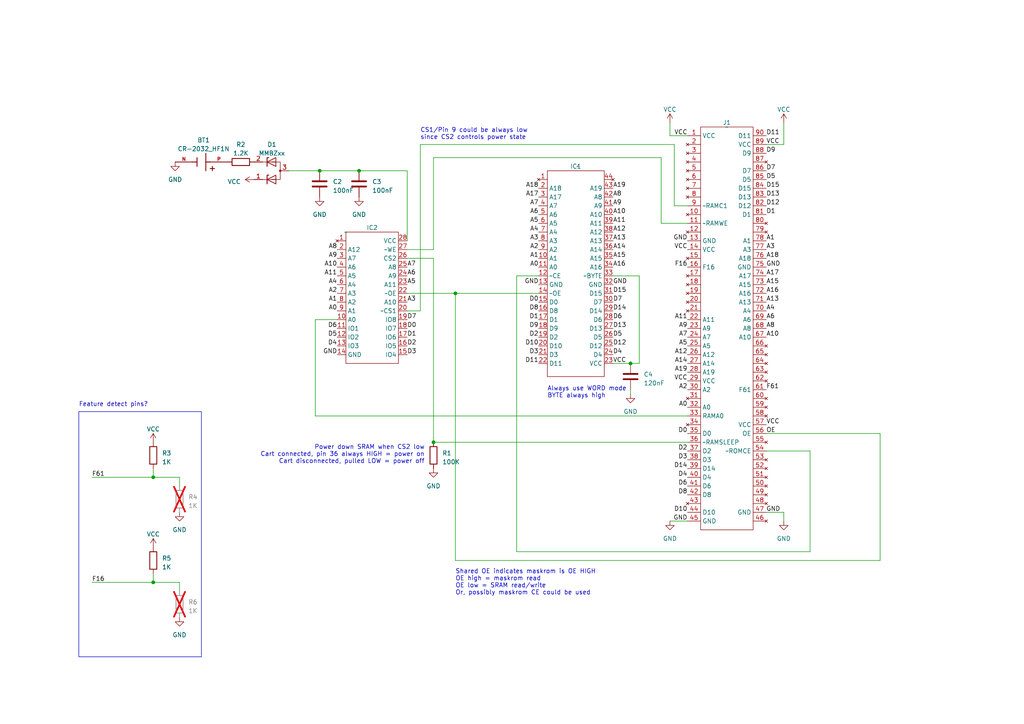
<source format=kicad_sch>
(kicad_sch (version 20230121) (generator eeschema)
  (paper "A4")
  (title_block (title "Reverse Engineered XK-403") (date "2023-03-06"))
  (lib_symbols
    (symbol "Device:C" (pin_numbers hide) (pin_names (offset 0.254))
      (property "Reference" "C" (at 0.635 2.54 0))
      (property "Value" "C" (at 0.635 -2.54 0))
      (symbol "C_0_1"
        (polyline (pts (xy -2.032 -0.762) (xy 2.032 -0.762)) (stroke (width 0.508)))
        (polyline (pts (xy -2.032 0.762) (xy 2.032 0.762)) (stroke (width 0.508)))
      )
      (symbol "C_1_1"
        (pin passive line (at 0 3.81 270) (length 2.794) (name "~") (number "1"))
        (pin passive line (at 0 -3.81 90) (length 2.794) (name "~") (number "2"))
      )
    )
    (symbol "Device:R" (pin_numbers hide) (pin_names (offset 0))
      (property "Reference" "R" (at 2.032 0 90))
      (property "Value" "R" (at 0 0 90))
      (symbol "R_0_1"
        (rectangle (start -1.016 -2.54) (end 1.016 2.54) (stroke (width 0.254)))
      )
      (symbol "R_1_1"
        (pin passive line (at 0 3.81 270) (length 1.27) (name "~") (number "1"))
        (pin passive line (at 0 -3.81 90) (length 1.27) (name "~") (number "2"))
      )
    )
    (symbol "Diode:MMBZxx" (pin_names (offset 1.016) hide)
      (property "Reference" "D" (at 3.81 2.54 0))
      (property "Value" "MMBZxx" (at 3.81 0 0))
      (symbol "MMBZxx_0_1"
        (circle (center 0 -2.54) (radius 0.254) (fill (type outline)))
        (polyline (pts (xy -2.54 -1.27) (xy -2.54 2.54)))
        (polyline (pts (xy 2.54 -1.27) (xy 2.54 2.54)))
        (polyline (pts (xy -3.81 1.27) (xy -1.27 1.27) (xy -1.27 0.762)) (stroke (width 0.254)))
        (polyline (pts (xy 1.27 1.27) (xy 3.81 1.27) (xy 3.81 0.762)) (stroke (width 0.254)))
        (polyline (pts (xy -2.54 0) (xy -2.54 -2.54) (xy 2.54 -2.54) (xy 2.54 0)))
      )
      (symbol "MMBZxx_1_1"
        (polyline (pts (xy -3.81 -1.27) (xy -1.27 -1.27) (xy -2.54 1.27) (xy -3.81 -1.27)) (stroke (width 0.2032)))
        (polyline (pts (xy 1.27 -1.27) (xy 3.81 -1.27) (xy 2.54 1.27) (xy 1.27 -1.27)) (stroke (width 0.2032)))
        (pin passive line (at -2.54 5.08 270) (length 2.54) (name "K") (number "1"))
        (pin passive line (at 2.54 5.08 270) (length 2.54) (name "K") (number "2"))
        (pin passive line (at 0 -5.08 90) (length 2.54) (name "A") (number "3"))
      )
    )
    (symbol "LOOPY_Batt:CR-2032_HF1N" (pin_names (offset 1.016))
      (property "Reference" "BT" (at -3.81 3.81 0))
      (property "Value" "CR-2032_HF1N" (at -3.81 -5.08 0))
      (symbol "CR-2032_HF1N_0_0"
        (polyline (pts (xy -3.81 1.905) (xy -2.54 1.905)) (stroke (width 0.254)))
        (polyline (pts (xy -3.175 2.54) (xy -3.175 1.27)) (stroke (width 0.254)))
        (polyline (pts (xy -1.27 0) (xy -2.54 0)) (stroke (width 0.254)))
        (polyline (pts (xy -1.27 0) (xy -1.27 -2.54)) (stroke (width 0.254)))
        (polyline (pts (xy -1.27 2.54) (xy -1.27 0)) (stroke (width 0.254)))
        (polyline (pts (xy 1.27 0) (xy 1.27 -1.27)) (stroke (width 0.254)))
        (polyline (pts (xy 1.27 0) (xy 2.54 0)) (stroke (width 0.254)))
        (polyline (pts (xy 1.27 1.27) (xy 1.27 0)) (stroke (width 0.254)))
        (pin passive line (at 7.62 0 180) (length 5.08) (name "~") (number "N"))
        (pin passive line (at -7.62 0 0) (length 5.08) (name "~") (number "P"))
      )
    )
    (symbol "LOOPY_Cart:HM9264BLFP"
      (property "Reference" "U" (at 0 3.81 0))
      (symbol "HM9264BLFP_0_1"
        (rectangle (start -7.62 0) (end 7.62 -38.1))
      )
      (symbol "HM9264BLFP_1_1"
        (pin no_connect line (at -10.16 -2.54 0) (length 2.54) (name "") (number "1"))
        (pin input line (at -10.16 -25.4 0) (length 2.54) (name "A0") (number "10"))
        (pin bidirectional line (at -10.16 -27.94 0) (length 2.54) (name "IO1") (number "11"))
        (pin bidirectional line (at -10.16 -30.48 0) (length 2.54) (name "IO2") (number "12"))
        (pin bidirectional line (at -10.16 -33.02 0) (length 2.54) (name "IO3") (number "13"))
        (pin passive line (at -10.16 -35.56 0) (length 2.54) (name "GND") (number "14"))
        (pin bidirectional line (at 10.16 -35.56 180) (length 2.54) (name "IO4") (number "15"))
        (pin bidirectional line (at 10.16 -33.02 180) (length 2.54) (name "IO5") (number "16"))
        (pin bidirectional line (at 10.16 -30.48 180) (length 2.54) (name "IO6") (number "17"))
        (pin bidirectional line (at 10.16 -27.94 180) (length 2.54) (name "IO7") (number "18"))
        (pin bidirectional line (at 10.16 -25.4 180) (length 2.54) (name "IO8") (number "19"))
        (pin input line (at -10.16 -5.08 0) (length 2.54) (name "A12") (number "2"))
        (pin input line (at 10.16 -22.86 180) (length 2.54) (name "~CS1") (number "20"))
        (pin input line (at 10.16 -20.32 180) (length 2.54) (name "A10") (number "21"))
        (pin input line (at 10.16 -17.78 180) (length 2.54) (name "~OE") (number "22"))
        (pin input line (at 10.16 -15.24 180) (length 2.54) (name "A11") (number "23"))
        (pin input line (at 10.16 -12.7 180) (length 2.54) (name "A9") (number "24"))
        (pin input line (at 10.16 -10.16 180) (length 2.54) (name "A8") (number "25"))
        (pin input line (at 10.16 -7.62 180) (length 2.54) (name "CS2") (number "26"))
        (pin input line (at 10.16 -5.08 180) (length 2.54) (name "~WE") (number "27"))
        (pin passive line (at 10.16 -2.54 180) (length 2.54) (name "VCC") (number "28"))
        (pin input line (at -10.16 -7.62 0) (length 2.54) (name "A7") (number "3"))
        (pin input line (at -10.16 -10.16 0) (length 2.54) (name "A6") (number "4"))
        (pin input line (at -10.16 -12.7 0) (length 2.54) (name "A5") (number "5"))
        (pin input line (at -10.16 -15.24 0) (length 2.54) (name "A4") (number "6"))
        (pin input line (at -10.16 -17.78 0) (length 2.54) (name "A3") (number "7"))
        (pin input line (at -10.16 -20.32 0) (length 2.54) (name "A2") (number "8"))
        (pin input line (at -10.16 -22.86 0) (length 2.54) (name "A1") (number "9"))
      )
    )
    (symbol "LOOPY_Cart:LOOPY-Cart-Connector"
      (property "Reference" "J" (at 0 1.27 0))
      (symbol "LOOPY-Cart-Connector_0_1"
        (rectangle (start -7.62 0) (end 7.62 -116.84))
      )
      (symbol "LOOPY-Cart-Connector_1_1"
        (pin power_in line (at -11.43 -2.54 0) (length 3.81) (name "VCC") (number "1"))
        (pin no_connect line (at -11.43 -25.4 0) (length 3.81) (name "") (number "10"))
        (pin output line (at -11.43 -27.94 0) (length 3.81) (name "~RAMWE") (number "11"))
        (pin no_connect line (at -11.43 -30.48 0) (length 3.81) (name "") (number "12"))
        (pin power_in line (at -11.43 -33.02 0) (length 3.81) (name "GND") (number "13"))
        (pin power_in line (at -11.43 -35.56 0) (length 3.81) (name "VCC") (number "14"))
        (pin no_connect line (at -11.43 -38.1 0) (length 3.81) (name "") (number "15"))
        (pin passive line (at -11.43 -40.64 0) (length 3.81) (name "F16") (number "16"))
        (pin no_connect line (at -11.43 -43.18 0) (length 3.81) (name "") (number "17"))
        (pin no_connect line (at -11.43 -45.72 0) (length 3.81) (name "") (number "18"))
        (pin no_connect line (at -11.43 -48.26 0) (length 3.81) (name "") (number "19"))
        (pin no_connect line (at -11.43 -5.08 0) (length 3.81) (name "") (number "2"))
        (pin no_connect line (at -11.43 -50.8 0) (length 3.81) (name "") (number "20"))
        (pin no_connect line (at -11.43 -53.34 0) (length 3.81) (name "") (number "21"))
        (pin bidirectional line (at -11.43 -55.88 0) (length 3.81) (name "A11") (number "22"))
        (pin bidirectional line (at -11.43 -58.42 0) (length 3.81) (name "A9") (number "23"))
        (pin bidirectional line (at -11.43 -60.96 0) (length 3.81) (name "A7") (number "24"))
        (pin bidirectional line (at -11.43 -63.5 0) (length 3.81) (name "A5") (number "25"))
        (pin bidirectional line (at -11.43 -66.04 0) (length 3.81) (name "A12") (number "26"))
        (pin bidirectional line (at -11.43 -68.58 0) (length 3.81) (name "A14") (number "27"))
        (pin bidirectional line (at -11.43 -71.12 0) (length 3.81) (name "A19") (number "28"))
        (pin power_out line (at -11.43 -73.66 0) (length 3.81) (name "VCC") (number "29"))
        (pin no_connect line (at -11.43 -7.62 0) (length 3.81) (name "") (number "3"))
        (pin bidirectional line (at -11.43 -76.2 0) (length 3.81) (name "A2") (number "30"))
        (pin no_connect line (at -11.43 -78.74 0) (length 3.81) (name "") (number "31"))
        (pin bidirectional line (at -11.43 -81.28 0) (length 3.81) (name "A0") (number "32"))
        (pin bidirectional line (at -11.43 -83.82 0) (length 3.81) (name "RAMA0") (number "33"))
        (pin no_connect line (at -11.43 -86.36 0) (length 3.81) (name "") (number "34"))
        (pin bidirectional line (at -11.43 -88.9 0) (length 3.81) (name "D0") (number "35"))
        (pin output line (at -11.43 -91.44 0) (length 3.81) (name "~RAMSLEEP") (number "36"))
        (pin bidirectional line (at -11.43 -93.98 0) (length 3.81) (name "D2") (number "37"))
        (pin bidirectional line (at -11.43 -96.52 0) (length 3.81) (name "D3") (number "38"))
        (pin bidirectional line (at -11.43 -99.06 0) (length 3.81) (name "D14") (number "39"))
        (pin no_connect line (at -11.43 -10.16 0) (length 3.81) (name "") (number "4"))
        (pin bidirectional line (at -11.43 -101.6 0) (length 3.81) (name "D4") (number "40"))
        (pin bidirectional line (at -11.43 -104.14 0) (length 3.81) (name "D6") (number "41"))
        (pin bidirectional line (at -11.43 -106.68 0) (length 3.81) (name "D8") (number "42"))
        (pin no_connect line (at -11.43 -109.22 0) (length 3.81) (name "") (number "43"))
        (pin bidirectional line (at -11.43 -111.76 0) (length 3.81) (name "D10") (number "44"))
        (pin power_in line (at -11.43 -114.3 0) (length 3.81) (name "GND") (number "45"))
        (pin no_connect line (at 11.43 -114.3 180) (length 3.81) (name "") (number "46"))
        (pin power_in line (at 11.43 -111.76 180) (length 3.81) (name "GND") (number "47"))
        (pin no_connect line (at 11.43 -109.22 180) (length 3.81) (name "") (number "48"))
        (pin no_connect line (at 11.43 -106.68 180) (length 3.81) (name "") (number "49"))
        (pin no_connect line (at -11.43 -12.7 0) (length 3.81) (name "") (number "5"))
        (pin no_connect line (at 11.43 -104.14 180) (length 3.81) (name "") (number "50"))
        (pin no_connect line (at 11.43 -101.6 180) (length 3.81) (name "") (number "51"))
        (pin no_connect line (at 11.43 -99.06 180) (length 3.81) (name "") (number "52"))
        (pin no_connect line (at 11.43 -96.52 180) (length 3.81) (name "") (number "53"))
        (pin output line (at 11.43 -93.98 180) (length 3.81) (name "~ROMCE") (number "54"))
        (pin no_connect line (at 11.43 -91.44 180) (length 3.81) (name "") (number "55"))
        (pin passive line (at 11.43 -88.9 180) (length 3.81) (name "OE") (number "56"))
        (pin power_in line (at 11.43 -86.36 180) (length 3.81) (name "VCC") (number "57"))
        (pin no_connect line (at 11.43 -83.82 180) (length 3.81) (name "") (number "58"))
        (pin no_connect line (at 11.43 -81.28 180) (length 3.81) (name "") (number "59"))
        (pin no_connect line (at -11.43 -15.24 0) (length 3.81) (name "") (number "6"))
        (pin no_connect line (at 11.43 -78.74 180) (length 3.81) (name "") (number "60"))
        (pin passive line (at 11.43 -76.2 180) (length 3.81) (name "F61") (number "61"))
        (pin no_connect line (at 11.43 -73.66 180) (length 3.81) (name "") (number "62"))
        (pin no_connect line (at 11.43 -71.12 180) (length 3.81) (name "") (number "63"))
        (pin no_connect line (at 11.43 -68.58 180) (length 3.81) (name "") (number "64"))
        (pin no_connect line (at 11.43 -66.04 180) (length 3.81) (name "") (number "65"))
        (pin no_connect line (at 11.43 -63.5 180) (length 3.81) (name "") (number "66"))
        (pin bidirectional line (at 11.43 -60.96 180) (length 3.81) (name "A10") (number "67"))
        (pin bidirectional line (at 11.43 -58.42 180) (length 3.81) (name "A8") (number "68"))
        (pin bidirectional line (at 11.43 -55.88 180) (length 3.81) (name "A6") (number "69"))
        (pin no_connect line (at -11.43 -17.78 0) (length 3.81) (name "") (number "7"))
        (pin bidirectional line (at 11.43 -53.34 180) (length 3.81) (name "A4") (number "70"))
        (pin bidirectional line (at 11.43 -50.8 180) (length 3.81) (name "A13") (number "71"))
        (pin bidirectional line (at 11.43 -48.26 180) (length 3.81) (name "A16") (number "72"))
        (pin bidirectional line (at 11.43 -45.72 180) (length 3.81) (name "A15") (number "73"))
        (pin bidirectional line (at 11.43 -43.18 180) (length 3.81) (name "A17") (number "74"))
        (pin power_in line (at 11.43 -40.64 180) (length 3.81) (name "GND") (number "75"))
        (pin bidirectional line (at 11.43 -38.1 180) (length 3.81) (name "A18") (number "76"))
        (pin bidirectional line (at 11.43 -35.56 180) (length 3.81) (name "A3") (number "77"))
        (pin bidirectional line (at 11.43 -33.02 180) (length 3.81) (name "A1") (number "78"))
        (pin no_connect line (at 11.43 -30.48 180) (length 3.81) (name "") (number "79"))
        (pin no_connect line (at -11.43 -20.32 0) (length 3.81) (name "") (number "8"))
        (pin no_connect line (at 11.43 -27.94 180) (length 3.81) (name "") (number "80"))
        (pin bidirectional line (at 11.43 -25.4 180) (length 3.81) (name "D1") (number "81"))
        (pin bidirectional line (at 11.43 -22.86 180) (length 3.81) (name "D12") (number "82"))
        (pin bidirectional line (at 11.43 -20.32 180) (length 3.81) (name "D13") (number "83"))
        (pin bidirectional line (at 11.43 -17.78 180) (length 3.81) (name "D15") (number "84"))
        (pin bidirectional line (at 11.43 -15.24 180) (length 3.81) (name "D5") (number "85"))
        (pin bidirectional line (at 11.43 -12.7 180) (length 3.81) (name "D7") (number "86"))
        (pin no_connect line (at 11.43 -10.16 180) (length 3.81) (name "") (number "87"))
        (pin bidirectional line (at 11.43 -7.62 180) (length 3.81) (name "D9") (number "88"))
        (pin power_in line (at 11.43 -5.08 180) (length 3.81) (name "VCC") (number "89"))
        (pin output line (at -11.43 -22.86 0) (length 3.81) (name "~RAMC1") (number "9"))
        (pin bidirectional line (at 11.43 -2.54 180) (length 3.81) (name "D11") (number "90"))
      )
    )
    (symbol "LOOPY_Cart:UPD23C16000"
      (property "Reference" "U" (at 0 0 0))
      (symbol "UPD23C16000_0_1"
        (rectangle (start -8.89 -1.27) (end 7.62 -60.96))
      )
      (symbol "UPD23C16000_1_1"
        (pin no_connect line (at -11.43 -3.81 0) (length 2.54) (name "") (number "1"))
        (pin input line (at -11.43 -26.67 0) (length 2.54) (name "A1") (number "10"))
        (pin input line (at -11.43 -29.21 0) (length 2.54) (name "A0") (number "11"))
        (pin input line (at -11.43 -31.75 0) (length 2.54) (name "~CE") (number "12"))
        (pin power_in line (at -11.43 -34.29 0) (length 2.54) (name "GND") (number "13"))
        (pin input line (at -11.43 -36.83 0) (length 2.54) (name "~OE") (number "14"))
        (pin output line (at -11.43 -39.37 0) (length 2.54) (name "D0") (number "15"))
        (pin output line (at -11.43 -41.91 0) (length 2.54) (name "D8") (number "16"))
        (pin output line (at -11.43 -44.45 0) (length 2.54) (name "D1") (number "17"))
        (pin output line (at -11.43 -46.99 0) (length 2.54) (name "D9") (number "18"))
        (pin output line (at -11.43 -49.53 0) (length 2.54) (name "D2") (number "19"))
        (pin input line (at -11.43 -6.35 0) (length 2.54) (name "A18") (number "2"))
        (pin output line (at -11.43 -52.07 0) (length 2.54) (name "D10") (number "20"))
        (pin output line (at -11.43 -54.61 0) (length 2.54) (name "D3") (number "21"))
        (pin output line (at -11.43 -57.15 0) (length 2.54) (name "D11") (number "22"))
        (pin power_in line (at 10.16 -57.15 180) (length 2.54) (name "VCC") (number "23"))
        (pin output line (at 10.16 -54.61 180) (length 2.54) (name "D4") (number "24"))
        (pin output line (at 10.16 -52.07 180) (length 2.54) (name "D12") (number "25"))
        (pin output line (at 10.16 -49.53 180) (length 2.54) (name "D5") (number "26"))
        (pin output line (at 10.16 -46.99 180) (length 2.54) (name "D13") (number "27"))
        (pin output line (at 10.16 -44.45 180) (length 2.54) (name "D6") (number "28"))
        (pin output line (at 10.16 -41.91 180) (length 2.54) (name "D14") (number "29"))
        (pin input line (at -11.43 -8.89 0) (length 2.54) (name "A17") (number "3"))
        (pin output line (at 10.16 -39.37 180) (length 2.54) (name "D7") (number "30"))
        (pin output line (at 10.16 -36.83 180) (length 2.54) (name "D15") (number "31"))
        (pin power_in line (at 10.16 -34.29 180) (length 2.54) (name "GND") (number "32"))
        (pin input line (at 10.16 -31.75 180) (length 2.54) (name "~BYTE") (number "33"))
        (pin input line (at 10.16 -29.21 180) (length 2.54) (name "A16") (number "34"))
        (pin input line (at 10.16 -26.67 180) (length 2.54) (name "A15") (number "35"))
        (pin input line (at 10.16 -24.13 180) (length 2.54) (name "A14") (number "36"))
        (pin input line (at 10.16 -21.59 180) (length 2.54) (name "A13") (number "37"))
        (pin input line (at 10.16 -19.05 180) (length 2.54) (name "A12") (number "38"))
        (pin input line (at 10.16 -16.51 180) (length 2.54) (name "A11") (number "39"))
        (pin input line (at -11.43 -11.43 0) (length 2.54) (name "A7") (number "4"))
        (pin input line (at 10.16 -13.97 180) (length 2.54) (name "A10") (number "40"))
        (pin input line (at 10.16 -11.43 180) (length 2.54) (name "A9") (number "41"))
        (pin input line (at 10.16 -8.89 180) (length 2.54) (name "A8") (number "42"))
        (pin input line (at 10.16 -6.35 180) (length 2.54) (name "A19") (number "43"))
        (pin no_connect line (at 10.16 -3.81 180) (length 2.54) (name "") (number "44"))
        (pin input line (at -11.43 -13.97 0) (length 2.54) (name "A6") (number "5"))
        (pin input line (at -11.43 -16.51 0) (length 2.54) (name "A5") (number "6"))
        (pin input line (at -11.43 -19.05 0) (length 2.54) (name "A4") (number "7"))
        (pin input line (at -11.43 -21.59 0) (length 2.54) (name "A3") (number "8"))
        (pin input line (at -11.43 -24.13 0) (length 2.54) (name "A2") (number "9"))
      )
    )
    (symbol "power:GND" (power) (pin_names (offset 0))
      (property "Value" "GND" (at 0 -3.81 0))
      (symbol "GND_0_1"
        (polyline (pts (xy 0 0) (xy 0 -1.27) (xy 1.27 -1.27) (xy 0 -2.54) (xy -1.27 -1.27) (xy 0 -1.27)))
      )
      (symbol "GND_1_1"
        (pin power_in line (at 0 0 270) (length 0) hide (name "GND") (number "1"))
      )
    )
    (symbol "power:VCC" (power) (pin_names (offset 0))
      (property "Value" "VCC" (at 0 3.81 0))
      (symbol "VCC_0_1"
        (polyline (pts (xy -0.762 1.27) (xy 0 2.54)))
        (polyline (pts (xy 0 0) (xy 0 2.54)))
        (polyline (pts (xy 0 2.54) (xy 0.762 1.27)))
      )
      (symbol "VCC_1_1"
        (pin power_in line (at 0 0 90) (length 0) hide (name "VCC") (number "1"))
      )
    )
  )
  (junction (at 92.71 49.53))
  (junction (at 104.14 49.53))
  (junction (at 44.45 168.91))
  (junction (at 44.45 138.43))
  (junction (at 132.08 85.09))
  (junction (at 182.88 105.41))
  (junction (at 125.73 128.27))
  (wire (pts (xy 194.31 151.13) (xy 199.39 151.13)))
  (wire (pts (xy 234.95 160.02) (xy 234.95 130.81)))
  (wire (pts (xy 185.42 80.01) (xy 185.42 105.41)))
  (wire (pts (xy 83.82 49.53) (xy 92.71 49.53)))
  (wire (pts (xy 92.71 49.53) (xy 104.14 49.53)))
  (wire (pts (xy 222.25 148.59) (xy 227.33 148.59)))
  (wire (pts (xy 149.86 160.02) (xy 234.95 160.02)))
  (wire (pts (xy 44.45 166.37) (xy 44.45 168.91)))
  (wire (pts (xy 44.45 168.91) (xy 52.07 168.91)))
  (wire (pts (xy 132.08 85.09) (xy 132.08 162.56)))
  (wire (pts (xy 118.11 85.09) (xy 132.08 85.09)))
  (wire (pts (xy 132.08 85.09) (xy 156.21 85.09)))
  (wire (pts (xy 182.88 113.03) (xy 182.88 114.3)))
  (wire (pts (xy 125.73 74.93) (xy 118.11 74.93)))
  (wire (pts (xy 97.79 92.71) (xy 91.44 92.71)))
  (wire (pts (xy 26.67 138.43) (xy 44.45 138.43)))
  (wire (pts (xy 255.27 125.73) (xy 222.25 125.73)))
  (wire (pts (xy 191.77 64.77) (xy 199.39 64.77)))
  (wire (pts (xy 199.39 128.27) (xy 125.73 128.27)))
  (wire (pts (xy 52.07 138.43) (xy 52.07 140.97)))
  (wire (pts (xy 125.73 45.72) (xy 191.77 45.72)))
  (wire (pts (xy 227.33 41.91) (xy 227.33 35.56)))
  (wire (pts (xy 121.92 41.91) (xy 121.92 90.17)))
  (wire (pts (xy 191.77 45.72) (xy 191.77 64.77)))
  (wire (pts (xy 44.45 138.43) (xy 52.07 138.43)))
  (wire (pts (xy 118.11 72.39) (xy 125.73 72.39)))
  (wire (pts (xy 26.67 168.91) (xy 44.45 168.91)))
  (wire (pts (xy 91.44 120.65) (xy 199.39 120.65)))
  (wire (pts (xy 234.95 130.81) (xy 222.25 130.81)))
  (wire (pts (xy 121.92 90.17) (xy 118.11 90.17)))
  (wire (pts (xy 222.25 41.91) (xy 227.33 41.91)))
  (wire (pts (xy 104.14 49.53) (xy 118.11 49.53)))
  (wire (pts (xy 118.11 49.53) (xy 118.11 69.85)))
  (wire (pts (xy 156.21 80.01) (xy 149.86 80.01)))
  (wire (pts (xy 182.88 105.41) (xy 177.8 105.41)))
  (wire (pts (xy 195.58 59.69) (xy 195.58 41.91)))
  (wire (pts (xy 199.39 59.69) (xy 195.58 59.69)))
  (wire (pts (xy 52.07 168.91) (xy 52.07 171.45)))
  (wire (pts (xy 255.27 162.56) (xy 255.27 125.73)))
  (wire (pts (xy 195.58 41.91) (xy 121.92 41.91)))
  (wire (pts (xy 132.08 162.56) (xy 255.27 162.56)))
  (wire (pts (xy 177.8 80.01) (xy 185.42 80.01)))
  (wire (pts (xy 199.39 39.37) (xy 194.31 39.37)))
  (wire (pts (xy 149.86 80.01) (xy 149.86 160.02)))
  (wire (pts (xy 194.31 35.56) (xy 194.31 39.37)))
  (wire (pts (xy 125.73 72.39) (xy 125.73 45.72)))
  (wire (pts (xy 125.73 128.27) (xy 125.73 74.93)))
  (wire (pts (xy 44.45 135.89) (xy 44.45 138.43)))
  (wire (pts (xy 185.42 105.41) (xy 182.88 105.41)))
  (wire (pts (xy 227.33 148.59) (xy 227.33 151.13)))
  (wire (pts (xy 91.44 92.71) (xy 91.44 120.65)))
  (rectangle (start 22.86 119.38) (end 58.42 190.5))
  (text "Always use WORD mode\nBYTE always high" (at 158.75 115.57 0) (effects (font (size 1.27 1.27)) (justify left bottom)))
  (text "CS1/Pin 9 could be always low\nsince CS2 controls power state" (at 121.92 40.64 0) (effects (font (size 1.27 1.27)) (justify left bottom)))
  (text "Feature detect pins?" (at 22.86 118.11 0) (effects (font (size 1.27 1.27)) (justify left bottom)))
  (text "Shared OE indicates maskrom is OE HIGH\nOE high = maskrom read\nOE low = SRAM read/write\nOr, possibly maskrom CE could be used" (at 132.08 172.72 0) (effects (font (size 1.27 1.27)) (justify left bottom)))
  (text "Power down SRAM when CS2 low\nCart connected, pin 36 always HIGH = power on\nCart disconnected, pulled LOW = power off" (at 123.19 134.62 0) (effects (font (size 1.27 1.27)) (justify right bottom)))
  (label "D7" (at 177.8 87.63 0))
  (label "A0" (at 199.39 118.11 180))
  (label "D10" (at 156.21 100.33 180))
  (label "VCC" (at 199.39 110.49 180))
  (label "D7" (at 222.25 49.53 0))
  (label "D0" (at 156.21 87.63 180))
  (label "D1" (at 156.21 92.71 180))
  (label "D0" (at 199.39 125.73 180))
  (label "A14" (at 177.8 72.39 0))
  (label "A3" (at 118.11 87.63 0))
  (label "A2" (at 97.79 85.09 180))
  (label "A17" (at 156.21 57.15 180))
  (label "VCC" (at 222.25 41.91 0))
  (label "GND" (at 222.25 77.47 0))
  (label "D1" (at 222.25 62.23 0))
  (label "A2" (at 156.21 72.39 180))
  (label "A6" (at 222.25 92.71 0))
  (label "A18" (at 156.21 54.61 180))
  (label "D13" (at 177.8 95.25 0))
  (label "A9" (at 177.8 59.69 0))
  (label "D1" (at 118.11 97.79 0))
  (label "D3" (at 118.11 102.87 0))
  (label "D8" (at 199.39 143.51 180))
  (label "A8" (at 177.8 57.15 0))
  (label "VCC" (at 199.39 39.37 180))
  (label "GND" (at 199.39 69.85 180))
  (label "A7" (at 118.11 77.47 0))
  (label "A14" (at 199.39 105.41 180))
  (label "D12" (at 177.8 100.33 0))
  (label "A4" (at 222.25 90.17 0))
  (label "A10" (at 97.79 77.47 180))
  (label "D10" (at 199.39 148.59 180))
  (label "F16" (at 26.67 168.91 0))
  (label "D4" (at 97.79 100.33 180))
  (label "D3" (at 199.39 133.35 180))
  (label "D0" (at 118.11 95.25 0))
  (label "A8" (at 222.25 95.25 0))
  (label "A1" (at 97.79 87.63 180))
  (label "A9" (at 199.39 95.25 180))
  (label "D4" (at 177.8 102.87 0))
  (label "F61" (at 222.25 113.03 0))
  (label "A12" (at 199.39 102.87 180))
  (label "A6" (at 156.21 62.23 180))
  (label "A13" (at 222.25 87.63 0))
  (label "D6" (at 97.79 95.25 180))
  (label "A11" (at 97.79 80.01 180))
  (label "OE" (at 222.25 125.73 0))
  (label "D2" (at 156.21 97.79 180))
  (label "A5" (at 199.39 100.33 180))
  (label "F16" (at 199.39 77.47 180))
  (label "D12" (at 222.25 59.69 0))
  (label "D7" (at 118.11 92.71 0))
  (label "D11" (at 222.25 39.37 0))
  (label "VCC" (at 199.39 72.39 180))
  (label "A2" (at 199.39 113.03 180))
  (label "A6" (at 118.11 80.01 0))
  (label "A1" (at 156.21 74.93 180))
  (label "A10" (at 222.25 97.79 0))
  (label "GND" (at 177.8 82.55 0))
  (label "D6" (at 177.8 92.71 0))
  (label "A11" (at 199.39 92.71 180))
  (label "D8" (at 156.21 90.17 180))
  (label "A11" (at 177.8 64.77 0))
  (label "A9" (at 97.79 74.93 180))
  (label "A17" (at 222.25 80.01 0))
  (label "D15" (at 177.8 85.09 0))
  (label "D9" (at 156.21 95.25 180))
  (label "A12" (at 177.8 67.31 0))
  (label "A4" (at 97.79 82.55 180))
  (label "A0" (at 156.21 77.47 180))
  (label "A10" (at 177.8 62.23 0))
  (label "D2" (at 118.11 100.33 0))
  (label "VCC" (at 222.25 123.19 0))
  (label "A3" (at 222.25 72.39 0))
  (label "A7" (at 199.39 97.79 180))
  (label "A5" (at 156.21 64.77 180))
  (label "D5" (at 222.25 52.07 0))
  (label "D9" (at 222.25 44.45 0))
  (label "GND" (at 199.39 151.13 180))
  (label "A15" (at 222.25 82.55 0))
  (label "D14" (at 177.8 90.17 0))
  (label "A8" (at 97.79 72.39 180))
  (label "D2" (at 199.39 130.81 180))
  (label "A5" (at 118.11 82.55 0))
  (label "A3" (at 156.21 69.85 180))
  (label "D5" (at 97.79 97.79 180))
  (label "GND" (at 156.21 82.55 180))
  (label "A1" (at 222.25 69.85 0))
  (label "A0" (at 97.79 90.17 180))
  (label "D15" (at 222.25 54.61 0))
  (label "A18" (at 222.25 74.93 0))
  (label "F61" (at 26.67 138.43 0))
  (label "D13" (at 222.25 57.15 0))
  (label "A19" (at 199.39 107.95 180))
  (label "D5" (at 177.8 97.79 0))
  (label "D3" (at 156.21 102.87 180))
  (label "VCC" (at 177.8 105.41 0))
  (label "A15" (at 177.8 74.93 0))
  (label "A16" (at 177.8 77.47 0))
  (label "D14" (at 199.39 135.89 180))
  (label "D6" (at 199.39 140.97 180))
  (label "GND" (at 222.25 148.59 0))
  (label "A19" (at 177.8 54.61 0))
  (label "A16" (at 222.25 85.09 0))
  (label "A13" (at 177.8 69.85 0))
  (label "A4" (at 156.21 67.31 180))
  (label "A7" (at 156.21 59.69 180))
  (label "D11" (at 156.21 105.41 180))
  (label "GND" (at 97.79 102.87 180))
  (label "D4" (at 199.39 138.43 180))
  (symbol (lib_id "Device:R") (at 44.45 162.56 0) (unit 1)
    (property "Reference" "R5" (at 46.99 161.925 0) (effects (justify left)))
    (property "Value" "1K" (at 46.99 164.465 0) (effects (justify left)))
    (property "Footprint" "Resistor_SMD:R_0805_2012Metric_Pad1.20x1.40mm_HandSolder" (effects hide))
  )
  (symbol (lib_id "power:VCC") (at 44.45 158.75 0) (unit 1)
    (property "Reference" "#PWR011" (effects hide))
    (property "Value" "VCC" (at 44.45 154.94 0))
  )
  (symbol (lib_id "power:GND") (at 125.73 135.89 0) (unit 1)
    (property "Reference" "#PWR08" (effects hide))
    (property "Value" "GND" (at 125.73 140.97 0))
  )
  (symbol (lib_id "power:GND") (at 194.31 151.13 0) (unit 1)
    (property "Reference" "#PWR01" (effects hide))
    (property "Value" "GND" (at 194.31 156.21 0))
  )
  (symbol (lib_id "power:GND") (at 92.71 57.15 0) (unit 1)
    (property "Reference" "#PWR06" (effects hide))
    (property "Value" "GND" (at 92.71 62.23 0))
  )
  (symbol (lib_id "power:GND") (at 52.07 148.59 0) (unit 1)
    (property "Reference" "#PWR010" (effects hide))
    (property "Value" "GND" (at 52.07 153.67 0))
  )
  (symbol (lib_id "power:GND") (at 227.33 151.13 0) (unit 1)
    (property "Reference" "#PWR013" (effects hide))
    (property "Value" "GND" (at 227.33 156.21 0))
  )
  (symbol (lib_id "Device:R") (at 52.07 175.26 0) (unit 1) (dnp yes)
    (property "Reference" "R6" (at 54.61 174.625 0) (effects (justify left)))
    (property "Value" "1K" (at 54.61 177.165 0) (effects (justify left)))
    (property "Footprint" "Resistor_SMD:R_0805_2012Metric_Pad1.20x1.40mm_HandSolder" (effects hide))
  )
  (symbol (lib_id "Device:R") (at 69.85 46.99 90) (unit 1)
    (property "Reference" "R2" (at 69.85 41.91 90))
    (property "Value" "1.2K" (at 69.85 44.45 90))
    (property "Footprint" "Resistor_SMD:R_0805_2012Metric_Pad1.20x1.40mm_HandSolder" (effects hide))
  )
  (symbol (lib_id "Diode:MMBZxx") (at 78.74 49.53 90) (unit 1)
    (property "Reference" "D1" (at 78.867 41.91 90))
    (property "Value" "MMBZxx" (at 78.867 44.45 90))
    (property "Footprint" "Package_TO_SOT_SMD:SOT-23" (effects hide))
    (property "Datasheet" "http://www.onsemi.com/pub/Collateral/MMBZ5V6ALT1-D.PDF" (effects hide))
  )
  (symbol (lib_id "LOOPY_Cart:HM9264BLFP") (at 107.95 67.31 0) (unit 1)
    (property "Reference" "IC2" (at 107.95 66.04 0))
    (property "Value" "~" (at 100.33 67.31 0))
    (property "Footprint" "LOOPY_Cart:LOOPY-SOIC-28" (effects hide))
  )
  (symbol (lib_id "power:GND") (at 50.8 46.99 0) (unit 1)
    (property "Reference" "#PWR03" (effects hide))
    (property "Value" "GND" (at 50.8 52.07 0))
  )
  (symbol (lib_id "power:VCC") (at 44.45 128.27 0) (unit 1)
    (property "Reference" "#PWR09" (effects hide))
    (property "Value" "VCC" (at 44.45 124.46 0))
  )
  (symbol (lib_id "power:VCC") (at 194.31 35.56 0) (unit 1)
    (property "Reference" "#PWR02" (effects hide))
    (property "Value" "VCC" (at 194.31 31.75 0))
  )
  (symbol (lib_id "Device:C") (at 92.71 53.34 0) (unit 1)
    (property "Reference" "C2" (at 96.52 52.705 0) (effects (justify left)))
    (property "Value" "100nF" (at 96.52 55.245 0) (effects (justify left)))
    (property "Footprint" "Capacitor_SMD:C_0805_2012Metric_Pad1.18x1.45mm_HandSolder" (effects hide))
  )
  (symbol (lib_id "power:VCC") (at 227.33 35.56 0) (unit 1)
    (property "Reference" "#PWR014" (effects hide))
    (property "Value" "VCC" (at 227.33 31.75 0))
  )
  (symbol (lib_id "power:VCC") (at 73.66 52.07 90) (unit 1)
    (property "Reference" "#PWR05" (effects hide))
    (property "Value" "VCC" (at 69.85 52.705 90) (effects (justify left)))
  )
  (symbol (lib_id "Device:R") (at 44.45 132.08 0) (unit 1)
    (property "Reference" "R3" (at 46.99 131.445 0) (effects (justify left)))
    (property "Value" "1K" (at 46.99 133.985 0) (effects (justify left)))
    (property "Footprint" "Resistor_SMD:R_0805_2012Metric_Pad1.20x1.40mm_HandSolder" (effects hide))
  )
  (symbol (lib_id "power:GND") (at 104.14 57.15 0) (unit 1)
    (property "Reference" "#PWR07" (effects hide))
    (property "Value" "GND" (at 104.14 62.23 0))
  )
  (symbol (lib_id "power:GND") (at 182.88 114.3 0) (unit 1)
    (property "Reference" "#PWR04" (effects hide))
    (property "Value" "GND" (at 182.88 119.38 0))
  )
  (symbol (lib_id "LOOPY_Cart:UPD23C16000") (at 167.64 48.26 0) (unit 1)
    (property "Reference" "IC1" (at 167.005 48.26 0))
    (property "Value" "~" (at 167.64 48.26 0))
    (property "Footprint" "LOOPY_Cart:LOOPY-SOIC-44" (effects hide))
  )
  (symbol (lib_id "LOOPY_Batt:CR-2032_HF1N") (at 58.42 46.99 180) (unit 1)
    (property "Reference" "BT1" (at 59.055 40.64 0))
    (property "Value" "CR-2032_HF1N" (at 59.055 43.18 0))
    (property "Footprint" "LOOPY_Batt:BAT_CR-2032_HF1N" (effects hide))
    (property "MAXIMUM_PACKAGE_HEIGHT" "3.15 mm" (effects hide))
    (property "SNAPEDA_PN" "CR-2032/HF1N" (effects hide))
    (property "PARTREV" "PMHA1Z" (effects hide))
    (property "MANUFACTURER" "Panasonic" (effects hide))
    (property "STANDARD" "Manufacturer Recommendations" (effects hide))
  )
  (symbol (lib_id "LOOPY_Cart:LOOPY-Cart-Connector") (at 210.82 36.83 0) (unit 1)
    (property "Reference" "J1" (at 210.82 35.56 0))
    (property "Value" "~" (at 210.82 36.83 0))
    (property "Footprint" "LOOPY_Cart:LOOPY-Edge-Connector" (effects hide))
  )
  (symbol (lib_id "Device:C") (at 182.88 109.22 0) (unit 1)
    (property "Reference" "C4" (at 186.69 108.585 0) (effects (justify left)))
    (property "Value" "120nF" (at 186.69 111.125 0) (effects (justify left)))
    (property "Footprint" "Capacitor_SMD:C_0805_2012Metric_Pad1.18x1.45mm_HandSolder" (effects hide))
  )
  (symbol (lib_id "power:GND") (at 52.07 179.07 0) (unit 1)
    (property "Reference" "#PWR012" (effects hide))
    (property "Value" "GND" (at 52.07 184.15 0))
  )
  (symbol (lib_id "Device:R") (at 52.07 144.78 0) (unit 1) (dnp yes)
    (property "Reference" "R4" (at 54.61 144.145 0) (effects (justify left)))
    (property "Value" "1K" (at 54.61 146.685 0) (effects (justify left)))
    (property "Footprint" "Resistor_SMD:R_0805_2012Metric_Pad1.20x1.40mm_HandSolder" (effects hide))
  )
  (symbol (lib_id "Device:R") (at 125.73 132.08 0) (unit 1)
    (property "Reference" "R1" (at 128.27 131.445 0) (effects (justify left)))
    (property "Value" "100K" (at 128.27 133.985 0) (effects (justify left)))
    (property "Footprint" "Resistor_SMD:R_0805_2012Metric_Pad1.20x1.40mm_HandSolder" (effects hide))
  )
  (symbol (lib_id "Device:C") (at 104.14 53.34 0) (unit 1)
    (property "Reference" "C3" (at 107.95 52.705 0) (effects (justify left)))
    (property "Value" "100nF" (at 107.95 55.245 0) (effects (justify left)))
    (property "Footprint" "Capacitor_SMD:C_0805_2012Metric_Pad1.18x1.45mm_HandSolder" (effects hide))
  )
)
</source>
